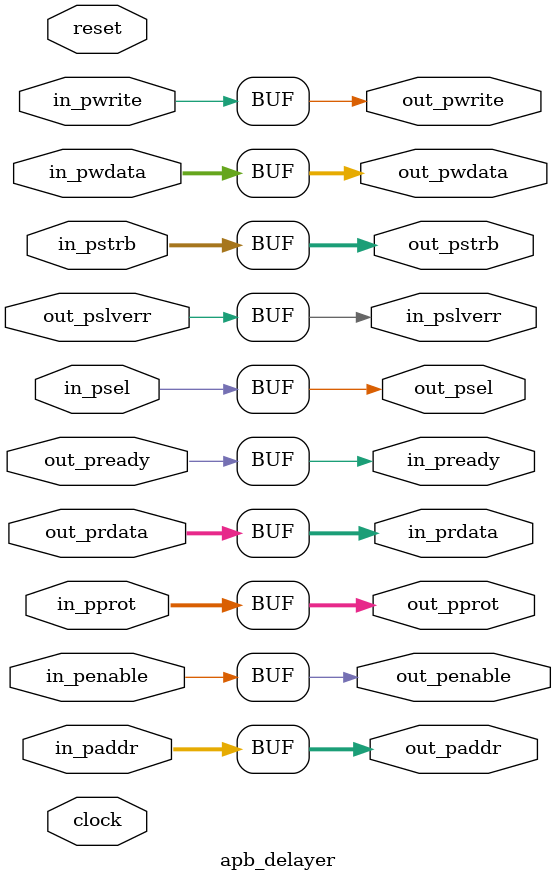
<source format=v>

module apb_delayer(
  input         clock,
  input         reset,
  input  [31:0] in_paddr,
  input         in_psel,
  input         in_penable,
  input  [2:0]  in_pprot,
  input         in_pwrite,
  input  [31:0] in_pwdata,
  input  [3:0]  in_pstrb,
  output reg        in_pready,
  output reg [31:0] in_prdata,
  output reg        in_pslverr,

  output [31:0] out_paddr,
  output        out_psel,
  output        out_penable,
  output [2:0]  out_pprot,
  output        out_pwrite,
  output [31:0] out_pwdata,
  output [3:0]  out_pstrb,
  input         out_pready,
  input  [31:0] out_prdata,
  input         out_pslverr
);

  assign out_paddr   = in_paddr;
  assign out_psel    = in_psel;
  assign out_penable = in_penable;
  assign out_pprot   = in_pprot;
  assign out_pwrite  = in_pwrite;
  assign out_pwdata  = in_pwdata;
  assign out_pstrb   = in_pstrb;

`ifdef ENABLE_APB_DELAY

  localparam IDLE         = 2'b00;
  localparam WAIT_DEVICE  = 2'b01;
  localparam DELAY        = 2'b10;

  reg [1:0] state;

  // 累加用的定点数参数
  localparam integer r_times_s = 88;   // r=5.5, s=16
  localparam integer s = 16;

  reg [31:0] acc;             // 累加器：累加 r * s
  reg [15:0] delay_counter;   // 最终等待的周期数（acc / s）

  always @(posedge clock or posedge reset) begin
    if (reset) begin
      state <= IDLE;
      acc <= 0;
      delay_counter <= 0;
      in_pready <= 0;
      in_prdata <= 0;
      in_pslverr <= 0;
    end else begin
      case (state)
        IDLE: begin
          acc <= 0;
          if (in_psel && in_penable) begin
            state <= WAIT_DEVICE;
          end else begin
            state <= IDLE;
          end
          in_pready <= 0;
        end

        WAIT_DEVICE: begin
          // 设备尚未ready，表示正在处理
          if (!out_pready) begin
            acc <= acc + r_times_s;
            state <= WAIT_DEVICE;
          end else begin
            // 设备处理完成，保存数据和错误信号
            in_prdata <= out_prdata;
            in_pslverr <= out_pslverr;
            delay_counter <= acc >> 4; 
            state <= DELAY;
          end
        end

        DELAY: begin
          if (delay_counter == 0) begin
            in_pready <= 1;
            state <= IDLE;
          end else begin
            delay_counter <= delay_counter - 1;
            state <= DELAY;
          end
        end
      endcase
    end
  end

`else

  always @(*) begin
    in_pready  = out_pready;
    in_prdata  = out_prdata;
    in_pslverr = out_pslverr;
  end

`endif


endmodule


</source>
